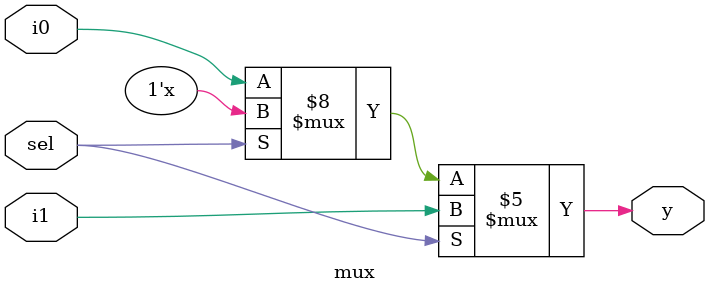
<source format=v>
module mux(i0,i1,sel,y);

input i0,i1,sel;
output reg y;

always@(i0 or i1 or sel) begin
	if(sel == 0) begin
		y = i0;
	end
	if(sel == 1) begin
		y = i1;
	end
end

endmodule 
			

</source>
